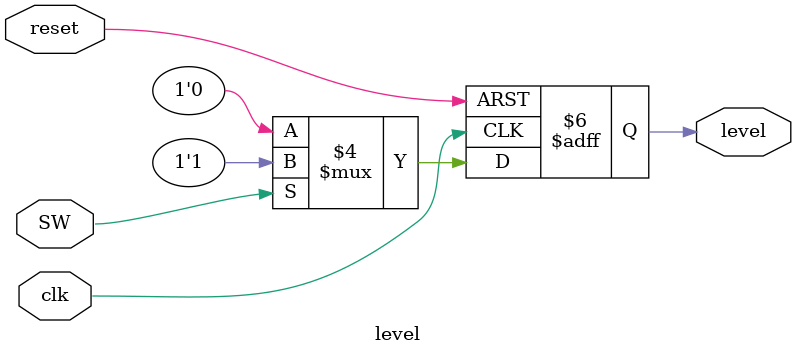
<source format=v>
`default_nettype none

module level(
    input wire clk, reset,
    input wire SW,
    output reg level
    );

    always @(posedge clk or posedge reset) begin
        if (reset) begin
            level <= 0; // Reset ½ÅÈ£°¡ µé¾î¿À¸é levelÀ» ÃÊ±âÈ­
        end else begin
            if (SW == 1)
                level <= 1;
            else 
                level <= 0;
        end
    end

endmodule

</source>
